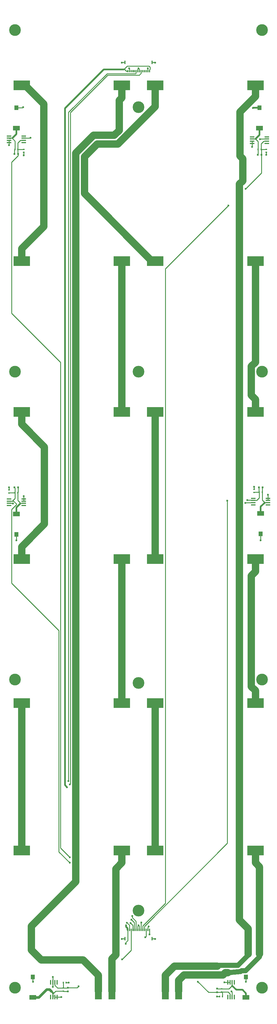
<source format=gbr>
G04 #@! TF.FileFunction,Copper,L1,Top,Signal*
%FSLAX46Y46*%
G04 Gerber Fmt 4.6, Leading zero omitted, Abs format (unit mm)*
G04 Created by KiCad (PCBNEW 4.0.7-e2-6376~58~ubuntu16.04.1) date Sun Mar 18 17:39:43 2018*
%MOMM*%
%LPD*%
G01*
G04 APERTURE LIST*
%ADD10C,0.100000*%
%ADD11R,5.000000X3.000000*%
%ADD12R,1.200000X1.400000*%
%ADD13R,2.000000X1.400000*%
%ADD14C,3.500000*%
%ADD15R,0.450000X1.450000*%
%ADD16R,1.450000X0.450000*%
%ADD17R,0.400000X0.600000*%
%ADD18R,0.600000X0.400000*%
%ADD19R,0.500000X0.600000*%
%ADD20R,0.600000X0.500000*%
%ADD21R,2.000000X5.000000*%
%ADD22R,0.300000X0.700000*%
%ADD23R,0.300000X1.000000*%
%ADD24C,0.600000*%
%ADD25C,2.200000*%
%ADD26C,0.250000*%
%ADD27C,0.500000*%
%ADD28C,0.800000*%
%ADD29C,1.500000*%
G04 APERTURE END LIST*
D10*
D11*
X165000000Y-243000000D03*
X195000000Y-243000000D03*
D12*
X196250000Y-65200000D03*
D13*
X196250000Y-71300000D03*
D11*
X165000000Y-156000000D03*
X195000000Y-156000000D03*
D12*
X128300000Y-324750000D03*
D13*
X128300000Y-330850000D03*
D14*
X197000000Y-328000000D03*
X197000000Y-236000000D03*
X197000000Y-144000000D03*
X197000000Y-42000000D03*
X160000000Y-305000000D03*
X160000000Y-237000000D03*
X160000000Y-144000000D03*
X160000000Y-65000000D03*
X123000000Y-328000000D03*
X123000000Y-236000000D03*
X123000000Y-144000000D03*
X123000000Y-42000000D03*
D15*
X188025000Y-326400000D03*
X188675000Y-326400000D03*
X187375000Y-326400000D03*
X186725000Y-326400000D03*
X188675000Y-330800000D03*
X188025000Y-330800000D03*
X187375000Y-330800000D03*
X186725000Y-330800000D03*
D16*
X194050000Y-74525000D03*
X194050000Y-73875000D03*
X194050000Y-75175000D03*
X194050000Y-75825000D03*
X198450000Y-73875000D03*
X198450000Y-74525000D03*
X198450000Y-75175000D03*
X198450000Y-75825000D03*
X125600000Y-183325000D03*
X125600000Y-183975000D03*
X125600000Y-182675000D03*
X125600000Y-182025000D03*
X121200000Y-183975000D03*
X121200000Y-183325000D03*
X121200000Y-182675000D03*
X121200000Y-182025000D03*
X121200000Y-74275000D03*
X121200000Y-73625000D03*
X121200000Y-74925000D03*
X121200000Y-75575000D03*
X125600000Y-73625000D03*
X125600000Y-74275000D03*
X125600000Y-74925000D03*
X125600000Y-75575000D03*
D17*
X185150000Y-330600000D03*
X184250000Y-330600000D03*
D18*
X184900000Y-329250000D03*
X184900000Y-328350000D03*
X194600000Y-180050000D03*
X194600000Y-179150000D03*
D17*
X196150000Y-180000000D03*
X197050000Y-180000000D03*
D18*
X198250000Y-77600000D03*
X198250000Y-78500000D03*
D17*
X196700000Y-77650000D03*
X195800000Y-77650000D03*
X137450000Y-326500000D03*
X138350000Y-326500000D03*
D18*
X137439998Y-328100000D03*
X137439998Y-329000000D03*
X121200000Y-180250000D03*
X121200000Y-179350000D03*
D17*
X122950000Y-180200000D03*
X123850000Y-180200000D03*
D18*
X125600000Y-77600000D03*
X125600000Y-78500000D03*
D17*
X123850000Y-77600000D03*
X122950000Y-77600000D03*
D19*
X183500000Y-329350000D03*
X183500000Y-328250000D03*
D20*
X196050000Y-178600000D03*
X197150000Y-178600000D03*
X196800000Y-79250000D03*
X195700000Y-79250000D03*
D19*
X138839998Y-328000000D03*
X138839998Y-329100000D03*
D20*
X122850000Y-178600000D03*
X123950000Y-178600000D03*
X123950000Y-79000000D03*
X122850000Y-79000000D03*
D11*
X195000000Y-287000000D03*
X165000000Y-287000000D03*
X195000000Y-200000000D03*
X165000000Y-200000000D03*
X195000000Y-111000000D03*
X165000000Y-111000000D03*
X165000000Y-58500000D03*
X195000000Y-58500000D03*
X155000000Y-287000000D03*
X125000000Y-287000000D03*
X125000000Y-243000000D03*
X155000000Y-243000000D03*
D12*
X192200000Y-324750000D03*
D13*
X192200000Y-330850000D03*
D12*
X196600000Y-192450000D03*
D13*
X196600000Y-186350000D03*
D11*
X125000000Y-58500000D03*
X155000000Y-58500000D03*
X155000000Y-111000000D03*
X125000000Y-111000000D03*
X125000000Y-156000000D03*
X155000000Y-156000000D03*
X155000000Y-200000000D03*
X125000000Y-200000000D03*
D12*
X123400000Y-65150000D03*
D13*
X123400000Y-71250000D03*
D21*
X152000000Y-329000000D03*
X168000000Y-329000000D03*
X172000000Y-329000000D03*
D22*
X160250000Y-54300000D03*
X160750000Y-54300000D03*
X161250000Y-54300000D03*
X161750000Y-54300000D03*
X162250000Y-54300000D03*
X162750000Y-54300000D03*
X163250000Y-54300000D03*
X156750000Y-54300000D03*
X158250000Y-54300000D03*
X157750000Y-54300000D03*
X157250000Y-54300000D03*
X158750000Y-54300000D03*
X159250000Y-54300000D03*
X159750000Y-54300000D03*
D23*
X164040000Y-51650000D03*
X155960000Y-51650000D03*
D22*
X159750000Y-310700000D03*
X159250000Y-310700000D03*
X158750000Y-310700000D03*
X158250000Y-310700000D03*
X157750000Y-310700000D03*
X157250000Y-310700000D03*
X156750000Y-310700000D03*
X163250000Y-310700000D03*
X161750000Y-310700000D03*
X162250000Y-310700000D03*
X162750000Y-310700000D03*
X161250000Y-310700000D03*
X160750000Y-310700000D03*
X160250000Y-310700000D03*
D23*
X155960000Y-313350000D03*
X164040000Y-313350000D03*
D12*
X123400000Y-192650000D03*
D13*
X123400000Y-186550000D03*
D21*
X148000000Y-329000000D03*
D15*
X134314998Y-330750000D03*
X133664998Y-330750000D03*
X134964998Y-330750000D03*
X135614998Y-330750000D03*
X133664998Y-326350000D03*
X134314998Y-326350000D03*
X134964998Y-326350000D03*
X135614998Y-326350000D03*
D16*
X198800000Y-183125000D03*
X198800000Y-183775000D03*
X198800000Y-182475000D03*
X198800000Y-181825000D03*
X194400000Y-183775000D03*
X194400000Y-183125000D03*
X194400000Y-182475000D03*
X194400000Y-181825000D03*
D24*
X156555608Y-308594947D03*
X160000000Y-309400000D03*
X163000000Y-309700000D03*
X192200000Y-326200000D03*
X160000000Y-53400000D03*
X162800000Y-53400000D03*
X157200000Y-53400000D03*
X128400000Y-326200000D03*
X198250000Y-79250000D03*
X194250000Y-65250000D03*
X125600000Y-79400000D03*
X194600000Y-178400000D03*
X121200000Y-178600000D03*
X183500000Y-330600000D03*
X139100000Y-326500000D03*
X155000000Y-51700000D03*
X165000000Y-51700000D03*
X155000000Y-313400000D03*
X165000000Y-313400000D03*
X125400000Y-65000000D03*
X123400000Y-194400000D03*
X196600000Y-194400000D03*
X136839998Y-330750000D03*
X185700000Y-326400000D03*
X198800000Y-180800000D03*
X125600000Y-181200000D03*
X121200000Y-76400000D03*
X194050000Y-76850000D03*
X192600000Y-182400000D03*
X186600000Y-182500000D03*
X162000000Y-312900000D03*
X177800000Y-326200000D03*
X186900000Y-94400000D03*
X192100000Y-89400000D03*
X139399990Y-290700000D03*
X157600000Y-308700000D03*
X157895926Y-307704074D03*
X139385550Y-289031396D03*
X156300000Y-309400000D03*
X138600000Y-268100000D03*
X134300000Y-324800000D03*
X156200000Y-314900000D03*
X163300000Y-312100000D03*
X187800000Y-329100000D03*
X192000000Y-183200000D03*
X127600000Y-74200000D03*
X138000000Y-74600000D03*
X196400000Y-74600000D03*
X138000000Y-183000000D03*
X122400000Y-183400000D03*
X134300000Y-327700000D03*
X142000000Y-327600000D03*
X155100000Y-319500000D03*
X158100000Y-306600000D03*
X139399990Y-267300000D03*
X160800000Y-308500000D03*
X138949980Y-266300000D03*
D25*
X131600000Y-64100000D02*
X131600000Y-100700000D01*
X125000000Y-107300000D02*
X125000000Y-111000000D01*
X131600000Y-100700000D02*
X125000000Y-107300000D01*
X125000000Y-58500000D02*
X126000000Y-58500000D01*
X126000000Y-58500000D02*
X131600000Y-64100000D01*
X125000000Y-200000000D02*
X125000000Y-196300000D01*
X125000000Y-196300000D02*
X131800000Y-189500000D01*
X131800000Y-166500000D02*
X131800000Y-189500000D01*
X125000000Y-156000000D02*
X125000000Y-159700000D01*
X125000000Y-159700000D02*
X131800000Y-166500000D01*
D26*
X157250000Y-310700000D02*
X157250000Y-309289339D01*
X157250000Y-309289339D02*
X156555608Y-308594947D01*
X160250000Y-310700000D02*
X160250000Y-309650000D01*
X160250000Y-309650000D02*
X160000000Y-309400000D01*
X159750000Y-310700000D02*
X159750000Y-309650000D01*
X159750000Y-309650000D02*
X160000000Y-309400000D01*
X162750000Y-310700000D02*
X162750000Y-309950000D01*
X162750000Y-309950000D02*
X163000000Y-309700000D01*
X192200000Y-324750000D02*
X192200000Y-326200000D01*
X159750000Y-54300000D02*
X159750000Y-53650000D01*
X159750000Y-53650000D02*
X160000000Y-53400000D01*
X160250000Y-54300000D02*
X160250000Y-53650000D01*
X160250000Y-53650000D02*
X160000000Y-53400000D01*
X162750000Y-54300000D02*
X162750000Y-53450000D01*
X162750000Y-53450000D02*
X162800000Y-53400000D01*
X157250000Y-54300000D02*
X157250000Y-53450000D01*
X157250000Y-53450000D02*
X157200000Y-53400000D01*
X128300000Y-324750000D02*
X128300000Y-326100000D01*
X128300000Y-326100000D02*
X128400000Y-326200000D01*
X198250000Y-78500000D02*
X198250000Y-79250000D01*
D27*
X196250000Y-65200000D02*
X194300000Y-65200000D01*
X194300000Y-65200000D02*
X194250000Y-65250000D01*
D26*
X125600000Y-78500000D02*
X125600000Y-79400000D01*
X194600000Y-179150000D02*
X194600000Y-178400000D01*
X121200000Y-179350000D02*
X121200000Y-178600000D01*
X184250000Y-330600000D02*
X183500000Y-330600000D01*
X138350000Y-326500000D02*
X139100000Y-326500000D01*
X155960000Y-51650000D02*
X155050000Y-51650000D01*
X155050000Y-51650000D02*
X155000000Y-51700000D01*
X164040000Y-51650000D02*
X164950000Y-51650000D01*
X164950000Y-51650000D02*
X165000000Y-51700000D01*
X155960000Y-313350000D02*
X155050000Y-313350000D01*
X155050000Y-313350000D02*
X155000000Y-313400000D01*
X164040000Y-313350000D02*
X164950000Y-313350000D01*
X164950000Y-313350000D02*
X165000000Y-313400000D01*
X123400000Y-65150000D02*
X125250000Y-65150000D01*
X125250000Y-65150000D02*
X125400000Y-65000000D01*
X123400000Y-192650000D02*
X123400000Y-194400000D01*
X196600000Y-192450000D02*
X196600000Y-194400000D01*
X134964998Y-330750000D02*
X135614998Y-330750000D01*
X135614998Y-330750000D02*
X136839998Y-330750000D01*
X187375000Y-326400000D02*
X186725000Y-326400000D01*
X186725000Y-326400000D02*
X185700000Y-326400000D01*
X198800000Y-182475000D02*
X198800000Y-181825000D01*
X198800000Y-181825000D02*
X198800000Y-180800000D01*
X125600000Y-182675000D02*
X125600000Y-182025000D01*
X125600000Y-182025000D02*
X125600000Y-181200000D01*
X123400000Y-192650000D02*
X123150000Y-192650000D01*
X121200000Y-74925000D02*
X121200000Y-75575000D01*
X121200000Y-75575000D02*
X121200000Y-76400000D01*
X194050000Y-75175000D02*
X194050000Y-75825000D01*
X194050000Y-75825000D02*
X194050000Y-76850000D01*
X196400000Y-65050000D02*
X196250000Y-65200000D01*
D25*
X155000000Y-111000000D02*
X155000000Y-156000000D01*
X155000000Y-200000000D02*
X155000000Y-243000000D01*
X125000000Y-243000000D02*
X125000000Y-246700000D01*
X125000000Y-246700000D02*
X125000000Y-287000000D01*
X165000000Y-58500000D02*
X165000000Y-64810002D01*
X153810002Y-76000000D02*
X147600000Y-76000000D01*
X165000000Y-64810002D02*
X153810002Y-76000000D01*
X147600000Y-76000000D02*
X143800000Y-79800000D01*
X143800000Y-79800000D02*
X143800000Y-90800000D01*
X143800000Y-90800000D02*
X164000000Y-111000000D01*
X164000000Y-111000000D02*
X165000000Y-111000000D01*
X195000000Y-111000000D02*
X195000000Y-141189998D01*
X195000000Y-141189998D02*
X193749999Y-142439999D01*
X193749999Y-142439999D02*
X193749999Y-151049999D01*
X193749999Y-151049999D02*
X195000000Y-152300000D01*
X195000000Y-152300000D02*
X195000000Y-156000000D01*
X165000000Y-156000000D02*
X165000000Y-159700000D01*
X165000000Y-159700000D02*
X165000000Y-200000000D01*
X195000000Y-200000000D02*
X195000000Y-203700000D01*
X195000000Y-203700000D02*
X193749999Y-204950001D01*
X193749999Y-204950001D02*
X193749999Y-238049999D01*
X193749999Y-238049999D02*
X195000000Y-239300000D01*
X195000000Y-239300000D02*
X195000000Y-243000000D01*
X165000000Y-243000000D02*
X165000000Y-246700000D01*
X165000000Y-246700000D02*
X165000000Y-287000000D01*
D26*
X192600000Y-182400000D02*
X194325000Y-182400000D01*
X194325000Y-182400000D02*
X194400000Y-182475000D01*
X161750000Y-310700000D02*
X161750000Y-309686410D01*
X161750000Y-309686410D02*
X186600000Y-284836410D01*
X186600000Y-284836410D02*
X186600000Y-182500000D01*
X196150000Y-180000000D02*
X194650000Y-180000000D01*
X194650000Y-180000000D02*
X194600000Y-180050000D01*
X196050000Y-178600000D02*
X196050000Y-179900000D01*
X196050000Y-179900000D02*
X196150000Y-180000000D01*
X196150000Y-180000000D02*
X196150000Y-181700000D01*
X196150000Y-181700000D02*
X195375000Y-182475000D01*
X195375000Y-182475000D02*
X194400000Y-182475000D01*
X162000000Y-312900000D02*
X162250000Y-312650000D01*
X162250000Y-312650000D02*
X162250000Y-310700000D01*
X183500000Y-329350000D02*
X180950000Y-329350000D01*
X180950000Y-329350000D02*
X177800000Y-326200000D01*
X185150000Y-330600000D02*
X185150000Y-329500000D01*
X185150000Y-329500000D02*
X184900000Y-329250000D01*
X187375000Y-329825000D02*
X187375000Y-330800000D01*
X183500000Y-329350000D02*
X184800000Y-329350000D01*
X184800000Y-329350000D02*
X184900000Y-329250000D01*
X184900000Y-329250000D02*
X186800000Y-329250000D01*
X186800000Y-329250000D02*
X187375000Y-329825000D01*
X168025001Y-302774999D02*
X161250000Y-309550000D01*
X161250000Y-309550000D02*
X161250000Y-310700000D01*
X186900000Y-94400000D02*
X168025001Y-113274999D01*
X168025001Y-113274999D02*
X168025001Y-302774999D01*
X196800000Y-79250000D02*
X196800000Y-84700000D01*
X196800000Y-84700000D02*
X192100000Y-89400000D01*
X196700000Y-77650000D02*
X198200000Y-77650000D01*
X198200000Y-77650000D02*
X198250000Y-77600000D01*
X196800000Y-79250000D02*
X196800000Y-77750000D01*
X196800000Y-77750000D02*
X196700000Y-77650000D01*
X196700000Y-77650000D02*
X196700000Y-75950000D01*
X196700000Y-75950000D02*
X197475000Y-75175000D01*
X197475000Y-75175000D02*
X198450000Y-75175000D01*
X122185001Y-74374999D02*
X122185001Y-74249999D01*
X122185001Y-74249999D02*
X121299999Y-74374999D01*
D27*
X123400000Y-71250000D02*
X123400000Y-73035000D01*
X123400000Y-73035000D02*
X122185001Y-74249999D01*
D26*
X122950000Y-75139998D02*
X122185001Y-74374999D01*
X122850000Y-79000000D02*
X122850000Y-77700000D01*
X122850000Y-77700000D02*
X122950000Y-77600000D01*
X122950000Y-77600000D02*
X122950000Y-75139998D01*
X121299999Y-74374999D02*
X121200000Y-74275000D01*
X124614999Y-183225001D02*
X124614999Y-183350001D01*
X124614999Y-183350001D02*
X125500001Y-183225001D01*
D27*
X123400000Y-186550000D02*
X123400000Y-184565000D01*
X123400000Y-184565000D02*
X124614999Y-183350001D01*
D26*
X123950000Y-178600000D02*
X123950000Y-180100000D01*
X123950000Y-180100000D02*
X123850000Y-180200000D01*
X123850000Y-180200000D02*
X123850000Y-182460002D01*
X123850000Y-182460002D02*
X124614999Y-183225001D01*
X125500001Y-183225001D02*
X125600000Y-183325000D01*
D28*
X128300000Y-330850000D02*
X130100000Y-330850000D01*
X130100000Y-330850000D02*
X132450000Y-328500000D01*
X132450000Y-328500000D02*
X133300000Y-328500000D01*
D26*
X134414997Y-329764999D02*
X134289997Y-329764999D01*
D27*
X134289997Y-329469993D02*
X134289997Y-329664999D01*
D26*
X134289997Y-329764999D02*
X134414997Y-330650001D01*
D27*
X133900000Y-329100000D02*
X133920004Y-329100000D01*
X133920004Y-329100000D02*
X134289997Y-329469993D01*
X134289997Y-329664999D02*
X134289997Y-329764999D01*
D28*
X133300000Y-328500000D02*
X133900000Y-329100000D01*
D26*
X138839998Y-329100000D02*
X137539998Y-329100000D01*
X137539998Y-329100000D02*
X137439998Y-329000000D01*
X134414997Y-330849999D02*
X134314998Y-330750000D01*
X137439998Y-329000000D02*
X135179996Y-329000000D01*
X135179996Y-329000000D02*
X134414997Y-329764999D01*
X134414997Y-330650001D02*
X134314998Y-330750000D01*
D27*
X196250000Y-71300000D02*
X196250000Y-73300000D01*
X196250000Y-73300000D02*
X195025000Y-74525000D01*
D26*
X195800000Y-77650000D02*
X195800000Y-79150000D01*
X195800000Y-79150000D02*
X195700000Y-79250000D01*
X195800000Y-77650000D02*
X195800000Y-75300000D01*
X195800000Y-75300000D02*
X195025000Y-74525000D01*
X195025000Y-74525000D02*
X194050000Y-74525000D01*
D27*
X196600000Y-186350000D02*
X196600000Y-184350000D01*
X196600000Y-184350000D02*
X197825000Y-183125000D01*
D26*
X197050000Y-180000000D02*
X197050000Y-178700000D01*
X197050000Y-178700000D02*
X197150000Y-178600000D01*
X197050000Y-180000000D02*
X197050000Y-182350000D01*
X197825000Y-183125000D02*
X198800000Y-183125000D01*
X197050000Y-182350000D02*
X197825000Y-183125000D01*
D27*
X188025000Y-327375000D02*
X189250000Y-328600000D01*
X189250000Y-328600000D02*
X191150000Y-328600000D01*
X191150000Y-328600000D02*
X192200000Y-329650000D01*
X192200000Y-329650000D02*
X192200000Y-330850000D01*
D26*
X184900000Y-328350000D02*
X183600000Y-328350000D01*
X183600000Y-328350000D02*
X183500000Y-328250000D01*
X184900000Y-328350000D02*
X187050000Y-328350000D01*
X187050000Y-328350000D02*
X188025000Y-327375000D01*
X188025000Y-327375000D02*
X188025000Y-326400000D01*
D25*
X148000000Y-329000000D02*
X148000000Y-324300000D01*
X148000000Y-324300000D02*
X143400000Y-319700000D01*
X130900000Y-319700000D02*
X127900000Y-316700000D01*
X143400000Y-319700000D02*
X130900000Y-319700000D01*
X141199990Y-296300010D02*
X141199990Y-78723041D01*
X154200000Y-71933034D02*
X154200000Y-63000000D01*
X127900000Y-316700000D02*
X127900000Y-309600000D01*
X127900000Y-309600000D02*
X141199990Y-296300010D01*
X141199990Y-78723041D02*
X146523041Y-73399990D01*
X146523041Y-73399990D02*
X152733044Y-73399990D01*
X152733044Y-73399990D02*
X154200000Y-71933034D01*
X155000000Y-62200000D02*
X155000000Y-58500000D01*
X154200000Y-63000000D02*
X155000000Y-62200000D01*
X153200000Y-318200000D02*
X151999999Y-319400001D01*
X151999999Y-319400001D02*
X152000000Y-324300000D01*
X152000000Y-324300000D02*
X152000000Y-329000000D01*
X153200000Y-292500000D02*
X153200000Y-318200000D01*
X155000000Y-287000000D02*
X155000000Y-290700000D01*
X155000000Y-290700000D02*
X153200000Y-292500000D01*
D29*
X192800000Y-317900000D02*
X192800000Y-318300000D01*
X189800000Y-321300000D02*
X183900000Y-321300000D01*
X192800000Y-318300000D02*
X189800000Y-321300000D01*
X183900000Y-321300000D02*
X183600000Y-321600000D01*
D25*
X170700000Y-321600000D02*
X183600000Y-321600000D01*
X192800000Y-310400000D02*
X192800000Y-317900000D01*
X195000000Y-58500000D02*
X195000000Y-61835998D01*
X195000000Y-61835998D02*
X190400000Y-66435998D01*
X191200000Y-87000000D02*
X190199999Y-88000001D01*
X190400000Y-66435998D02*
X190400000Y-79600000D01*
X191200000Y-80400000D02*
X191200000Y-87000000D01*
X190400000Y-79600000D02*
X191200000Y-80400000D01*
X170700000Y-321600000D02*
X168000000Y-324300000D01*
X190199999Y-88000001D02*
X190199999Y-307799999D01*
X190199999Y-307799999D02*
X192800000Y-310400000D01*
X168000000Y-324300000D02*
X168000000Y-329000000D01*
D29*
X190587009Y-323200010D02*
X186700000Y-323550010D01*
X186700000Y-323550010D02*
X186700000Y-323200010D01*
D25*
X172000000Y-329000000D02*
X172000000Y-325800000D01*
X172000000Y-325800000D02*
X173599990Y-324200010D01*
X173599990Y-324200010D02*
X185299990Y-324200010D01*
X185299990Y-324200010D02*
X185949990Y-323550010D01*
X185949990Y-323550010D02*
X186700000Y-323550010D01*
D29*
X196200000Y-317900000D02*
X196200000Y-318800000D01*
X196200000Y-318800000D02*
X192100001Y-322899999D01*
X192100001Y-322899999D02*
X190887020Y-322899999D01*
X190887020Y-322899999D02*
X190587009Y-323200010D01*
D25*
X196200000Y-315000000D02*
X196200000Y-317900000D01*
X196200000Y-291900000D02*
X196200000Y-315000000D01*
X195000000Y-287000000D02*
X195000000Y-290700000D01*
X195000000Y-290700000D02*
X196200000Y-291900000D01*
D26*
X139399990Y-290700000D02*
X136149990Y-287450000D01*
X136149990Y-287450000D02*
X136149990Y-221349990D01*
X136149990Y-221349990D02*
X121974999Y-207174999D01*
X121974999Y-207174999D02*
X121974999Y-185176815D01*
X121974999Y-185176815D02*
X123400000Y-183751814D01*
X123400000Y-183751814D02*
X123400000Y-183474998D01*
X123400000Y-183474998D02*
X122600002Y-182675000D01*
X122600002Y-182675000D02*
X122175000Y-182675000D01*
X158250000Y-310700000D02*
X158250000Y-309350000D01*
X158250000Y-309350000D02*
X157600000Y-308700000D01*
X122950000Y-180200000D02*
X121250000Y-180200000D01*
X121250000Y-180200000D02*
X121200000Y-180250000D01*
X122950000Y-180200000D02*
X122950000Y-178700000D01*
X122950000Y-178700000D02*
X122850000Y-178600000D01*
X122950000Y-180200000D02*
X122950000Y-181900000D01*
X122950000Y-181900000D02*
X122175000Y-182675000D01*
X122175000Y-182675000D02*
X121200000Y-182675000D01*
X157895926Y-307704074D02*
X158750000Y-308558148D01*
X158750000Y-308558148D02*
X158750000Y-310700000D01*
X136600000Y-264000000D02*
X136600000Y-286245846D01*
X136600000Y-286245846D02*
X139385550Y-289031396D01*
X136600000Y-231000000D02*
X136600000Y-264000000D01*
X136600000Y-142800000D02*
X136600000Y-143000000D01*
X136600000Y-141200000D02*
X136600000Y-142800000D01*
X136600000Y-142800000D02*
X136600000Y-231000000D01*
X121974999Y-126574999D02*
X136600000Y-141200000D01*
X123950000Y-79000000D02*
X123950000Y-79500000D01*
X123950000Y-79500000D02*
X121974999Y-81475001D01*
X121974999Y-81475001D02*
X121974999Y-126574999D01*
X125600000Y-77600000D02*
X123850000Y-77600000D01*
X123850000Y-77600000D02*
X123850000Y-78900000D01*
X123850000Y-78900000D02*
X123950000Y-79000000D01*
X123850000Y-77600000D02*
X123850000Y-75700000D01*
X123850000Y-75700000D02*
X124625000Y-74925000D01*
X124625000Y-74925000D02*
X125600000Y-74925000D01*
D27*
X138000000Y-82400000D02*
X138000000Y-74600000D01*
X155600000Y-53800000D02*
X149600000Y-53800000D01*
X149600000Y-53800000D02*
X138000000Y-65400000D01*
X138000000Y-65400000D02*
X138000000Y-74600000D01*
X156300000Y-309400000D02*
X156300000Y-309824264D01*
X156300000Y-309824264D02*
X156649999Y-310174263D01*
X156649999Y-310174263D02*
X156649999Y-310700000D01*
X138000000Y-264829998D02*
X138000000Y-267500000D01*
X138000000Y-267500000D02*
X138600000Y-268100000D01*
D26*
X134300000Y-324800000D02*
X134300000Y-325360002D01*
X134300000Y-325360002D02*
X134314998Y-325375000D01*
X156200000Y-314900000D02*
X156200000Y-314475736D01*
X156200000Y-314475736D02*
X156750000Y-313925736D01*
X156750000Y-313925736D02*
X156750000Y-311300000D01*
X156750000Y-311300000D02*
X156750000Y-310700000D01*
X134314998Y-326350000D02*
X134314998Y-325375000D01*
X163300000Y-312100000D02*
X163300000Y-310750000D01*
X163300000Y-310750000D02*
X163250000Y-310700000D01*
X188025000Y-330800000D02*
X188025000Y-329325000D01*
X188025000Y-329325000D02*
X187800000Y-329100000D01*
X194400000Y-183125000D02*
X192075000Y-183125000D01*
X192075000Y-183125000D02*
X192000000Y-183200000D01*
X125600000Y-74275000D02*
X127525000Y-74275000D01*
X127525000Y-74275000D02*
X127600000Y-74200000D01*
X198450000Y-74525000D02*
X196475000Y-74525000D01*
X196475000Y-74525000D02*
X196400000Y-74600000D01*
D27*
X138000000Y-82400000D02*
X138000000Y-183000000D01*
X138000000Y-183000000D02*
X138000000Y-264829998D01*
D26*
X121200000Y-183325000D02*
X122325000Y-183325000D01*
X122325000Y-183325000D02*
X122400000Y-183400000D01*
X134314998Y-326350000D02*
X134314998Y-327685002D01*
X134314998Y-327685002D02*
X134300000Y-327700000D01*
X156750000Y-54300000D02*
X156350000Y-54300000D01*
X156350000Y-54300000D02*
X155850000Y-53800000D01*
X155850000Y-53800000D02*
X155600000Y-53800000D01*
X156625001Y-52774999D02*
X155600000Y-53800000D01*
X163250000Y-54300000D02*
X163250000Y-53875002D01*
X163250000Y-53875002D02*
X163425001Y-53700001D01*
X163425001Y-53700001D02*
X163425001Y-53099999D01*
X163425001Y-53099999D02*
X163100001Y-52774999D01*
X163100001Y-52774999D02*
X156625001Y-52774999D01*
X141500000Y-328000000D02*
X141600000Y-328000000D01*
X141600000Y-328000000D02*
X142000000Y-327600000D01*
X155100000Y-319500000D02*
X157750000Y-316850000D01*
X157750000Y-316850000D02*
X157750000Y-310700000D01*
X138839998Y-328000000D02*
X141500000Y-328000000D01*
X137439998Y-328100000D02*
X137439998Y-326510002D01*
X137439998Y-326510002D02*
X137450000Y-326500000D01*
X137439998Y-328100000D02*
X138739998Y-328100000D01*
X138739998Y-328100000D02*
X138839998Y-328000000D01*
X137439998Y-328100000D02*
X135739998Y-328100000D01*
X135739998Y-328100000D02*
X134964998Y-327325000D01*
X134964998Y-327325000D02*
X134964998Y-326350000D01*
X158100000Y-306600000D02*
X158100000Y-307024264D01*
X158100000Y-307024264D02*
X159250000Y-308174264D01*
X159250000Y-308174264D02*
X159250000Y-310100000D01*
X159250000Y-310100000D02*
X159250000Y-310700000D01*
X139574980Y-259974980D02*
X139574980Y-267125010D01*
X139574980Y-267125010D02*
X139399990Y-267300000D01*
X139574980Y-83025020D02*
X139574980Y-259974980D01*
X150749990Y-55450010D02*
X139574980Y-66625020D01*
X139574980Y-66625020D02*
X139574980Y-83025020D01*
X151850010Y-55450010D02*
X150749990Y-55450010D01*
X160750000Y-54300000D02*
X160750000Y-54900000D01*
X160750000Y-54900000D02*
X160199990Y-55450010D01*
X160199990Y-55450010D02*
X151850010Y-55450010D01*
X160800000Y-308500000D02*
X160750000Y-308550000D01*
X160750000Y-308550000D02*
X160750000Y-310700000D01*
X139000000Y-263800000D02*
X139000000Y-266249980D01*
X139000000Y-266249980D02*
X138949980Y-266300000D01*
X139000000Y-82800000D02*
X139000000Y-263800000D01*
X139000000Y-66563590D02*
X139000000Y-82800000D01*
X151800000Y-55000000D02*
X150563589Y-55000001D01*
X150563589Y-55000001D02*
X139000000Y-66563590D01*
X156200000Y-55000000D02*
X151800000Y-55000000D01*
X159150000Y-55000000D02*
X156200000Y-55000000D01*
X159250000Y-54300000D02*
X159250000Y-54900000D01*
X159250000Y-54900000D02*
X159150000Y-55000000D01*
M02*

</source>
